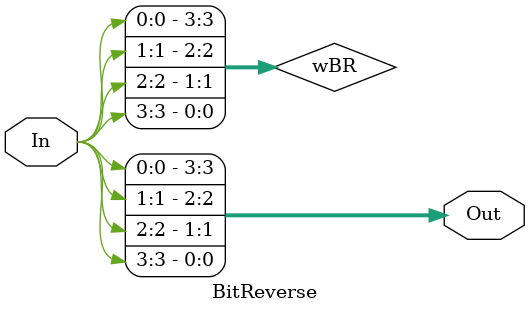
<source format=v>
/* Portlist
BitReverse #(.bw_fftp()) br
(.In(),.Out());
*/

module BitReverse
////////////////////////////////////////////////////
// Parameters
#(
	parameter bw_fftp = 4
)
////////////////////////////////////////////////////
// Ports
(
	input [bw_fftp-1:0]	In,
	output [bw_fftp-1:0] Out
);
	////////////////////////////////////////////////////
	// Net
	wire [bw_fftp-1:0] wBR;
	assign Out = wBR;
	
	//ビットリバースワイヤ
	genvar j;
	generate
		for( j=0 ; j<bw_fftp ; j=j+1) begin :brev
			assign wBR [j] = In [bw_fftp-(1+j)];
		end
	endgenerate	
endmodule 
</source>
